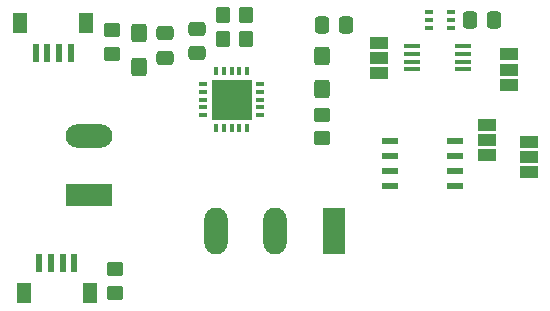
<source format=gbr>
%TF.GenerationSoftware,KiCad,Pcbnew,6.0.2+dfsg-1*%
%TF.CreationDate,2023-01-19T15:29:43-05:00*%
%TF.ProjectId,sensor-board,73656e73-6f72-42d6-926f-6172642e6b69,rev?*%
%TF.SameCoordinates,Original*%
%TF.FileFunction,Soldermask,Top*%
%TF.FilePolarity,Negative*%
%FSLAX46Y46*%
G04 Gerber Fmt 4.6, Leading zero omitted, Abs format (unit mm)*
G04 Created by KiCad (PCBNEW 6.0.2+dfsg-1) date 2023-01-19 15:29:43*
%MOMM*%
%LPD*%
G01*
G04 APERTURE LIST*
G04 Aperture macros list*
%AMRoundRect*
0 Rectangle with rounded corners*
0 $1 Rounding radius*
0 $2 $3 $4 $5 $6 $7 $8 $9 X,Y pos of 4 corners*
0 Add a 4 corners polygon primitive as box body*
4,1,4,$2,$3,$4,$5,$6,$7,$8,$9,$2,$3,0*
0 Add four circle primitives for the rounded corners*
1,1,$1+$1,$2,$3*
1,1,$1+$1,$4,$5*
1,1,$1+$1,$6,$7*
1,1,$1+$1,$8,$9*
0 Add four rect primitives between the rounded corners*
20,1,$1+$1,$2,$3,$4,$5,0*
20,1,$1+$1,$4,$5,$6,$7,0*
20,1,$1+$1,$6,$7,$8,$9,0*
20,1,$1+$1,$8,$9,$2,$3,0*%
G04 Aperture macros list end*
%ADD10R,0.609600X1.549400*%
%ADD11R,1.193800X1.803400*%
%ADD12R,1.980000X3.960000*%
%ADD13O,1.980000X3.960000*%
%ADD14R,1.422400X0.431800*%
%ADD15R,0.762000X0.304800*%
%ADD16R,0.304800X0.762000*%
%ADD17R,3.352800X3.352800*%
%ADD18R,0.650000X0.400000*%
%ADD19R,1.460500X0.533400*%
%ADD20RoundRect,0.250000X0.450000X-0.350000X0.450000X0.350000X-0.450000X0.350000X-0.450000X-0.350000X0*%
%ADD21RoundRect,0.250000X0.350000X0.450000X-0.350000X0.450000X-0.350000X-0.450000X0.350000X-0.450000X0*%
%ADD22RoundRect,0.250000X-0.350000X-0.450000X0.350000X-0.450000X0.350000X0.450000X-0.350000X0.450000X0*%
%ADD23RoundRect,0.250000X-0.450000X0.350000X-0.450000X-0.350000X0.450000X-0.350000X0.450000X0.350000X0*%
%ADD24R,1.500000X1.000000*%
%ADD25R,3.960000X1.980000*%
%ADD26O,3.960000X1.980000*%
%ADD27RoundRect,0.250000X0.425000X-0.537500X0.425000X0.537500X-0.425000X0.537500X-0.425000X-0.537500X0*%
%ADD28RoundRect,0.250000X0.475000X-0.337500X0.475000X0.337500X-0.475000X0.337500X-0.475000X-0.337500X0*%
%ADD29RoundRect,0.250000X0.337500X0.475000X-0.337500X0.475000X-0.337500X-0.475000X0.337500X-0.475000X0*%
%ADD30RoundRect,0.250000X-0.475000X0.337500X-0.475000X-0.337500X0.475000X-0.337500X0.475000X0.337500X0*%
%ADD31RoundRect,0.250000X-0.425000X0.537500X-0.425000X-0.537500X0.425000X-0.537500X0.425000X0.537500X0*%
G04 APERTURE END LIST*
D10*
%TO.C,J2*%
X81049999Y-146975001D03*
X80049998Y-146975001D03*
X79050000Y-146975001D03*
X78049999Y-146975001D03*
D11*
X82349998Y-149500000D03*
X76750000Y-149500000D03*
%TD*%
D10*
%TO.C,J1*%
X77750000Y-129171600D03*
X78750001Y-129171600D03*
X79749999Y-129171600D03*
X80750000Y-129171600D03*
D11*
X76450001Y-126646601D03*
X82049999Y-126646601D03*
%TD*%
D12*
%TO.C,J4*%
X103000000Y-144250000D03*
D13*
X98000000Y-144250000D03*
X93000000Y-144250000D03*
%TD*%
D14*
%TO.C,U5*%
X109628300Y-128625001D03*
X109628300Y-129274999D03*
X109628300Y-129925001D03*
X109628300Y-130574999D03*
X113971700Y-130574999D03*
X113971700Y-129925001D03*
X113971700Y-129274999D03*
X113971700Y-128625001D03*
%TD*%
D15*
%TO.C,U4*%
X91939300Y-131835000D03*
X91939300Y-132485001D03*
X91939300Y-133135000D03*
X91939300Y-133784999D03*
X91939300Y-134435000D03*
D16*
X93065000Y-135560700D03*
X93715001Y-135560700D03*
X94365000Y-135560700D03*
X95014999Y-135560700D03*
X95665000Y-135560700D03*
D15*
X96790700Y-134435000D03*
X96790700Y-133784999D03*
X96790700Y-133135000D03*
X96790700Y-132485001D03*
X96790700Y-131835000D03*
D16*
X95665000Y-130709300D03*
X95014999Y-130709300D03*
X94365000Y-130709300D03*
X93715001Y-130709300D03*
X93065000Y-130709300D03*
D17*
X94365000Y-133135000D03*
%TD*%
D18*
%TO.C,U3*%
X111050000Y-125750000D03*
X111050000Y-126400000D03*
X111050000Y-127050000D03*
X112950000Y-127050000D03*
X112950000Y-126400000D03*
X112950000Y-125750000D03*
%TD*%
D19*
%TO.C,U2*%
X113224150Y-136595000D03*
X113224150Y-137865000D03*
X113224150Y-139135000D03*
X113224150Y-140405000D03*
X107775850Y-140405000D03*
X107775850Y-139135000D03*
X107775850Y-137865000D03*
X107775850Y-136595000D03*
%TD*%
D20*
%TO.C,R10*%
X102000000Y-136400000D03*
X102000000Y-134400000D03*
%TD*%
D21*
%TO.C,R9*%
X95600000Y-126000000D03*
X93600000Y-126000000D03*
%TD*%
D22*
%TO.C,R8*%
X93600000Y-128000000D03*
X95600000Y-128000000D03*
%TD*%
D20*
%TO.C,R2*%
X84500000Y-149500000D03*
X84500000Y-147500000D03*
%TD*%
D23*
%TO.C,R1*%
X84250000Y-127250000D03*
X84250000Y-129250000D03*
%TD*%
D24*
%TO.C,JP4*%
X117800000Y-131900000D03*
X117800000Y-130600000D03*
X117800000Y-129300000D03*
%TD*%
%TO.C,JP3*%
X106800000Y-130900000D03*
X106800000Y-129600000D03*
X106800000Y-128300000D03*
%TD*%
%TO.C,JP2*%
X119500000Y-139300000D03*
X119500000Y-138000000D03*
X119500000Y-136700000D03*
%TD*%
%TO.C,JP1*%
X116000000Y-137850000D03*
X116000000Y-136550000D03*
X116000000Y-135250000D03*
%TD*%
D25*
%TO.C,J3*%
X82250000Y-141250000D03*
D26*
X82250000Y-136250000D03*
%TD*%
D27*
%TO.C,C7*%
X102000000Y-132275000D03*
X102000000Y-129400000D03*
%TD*%
D28*
%TO.C,C6*%
X91400000Y-129200000D03*
X91400000Y-127125000D03*
%TD*%
D29*
%TO.C,C5*%
X104075000Y-126800000D03*
X102000000Y-126800000D03*
%TD*%
%TO.C,C4*%
X116600000Y-126400000D03*
X114525000Y-126400000D03*
%TD*%
D30*
%TO.C,C2*%
X88750000Y-127500000D03*
X88750000Y-129575000D03*
%TD*%
D31*
%TO.C,C1*%
X86500000Y-127500000D03*
X86500000Y-130375000D03*
%TD*%
M02*

</source>
